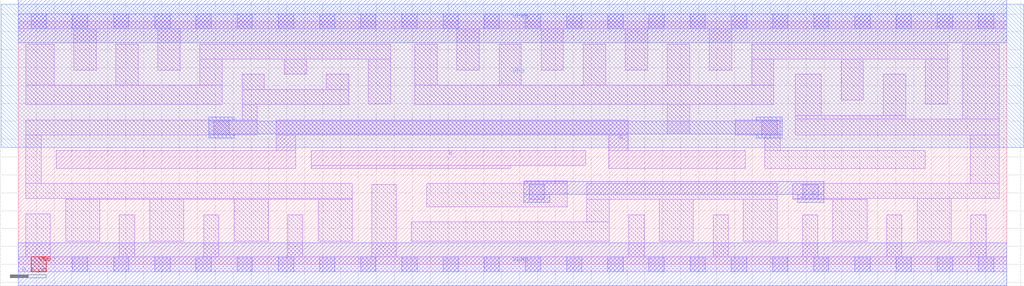
<source format=lef>
# Copyright 2020 The SkyWater PDK Authors
#
# Licensed under the Apache License, Version 2.0 (the "License");
# you may not use this file except in compliance with the License.
# You may obtain a copy of the License at
#
#     https://www.apache.org/licenses/LICENSE-2.0
#
# Unless required by applicable law or agreed to in writing, software
# distributed under the License is distributed on an "AS IS" BASIS,
# WITHOUT WARRANTIES OR CONDITIONS OF ANY KIND, either express or implied.
# See the License for the specific language governing permissions and
# limitations under the License.
#
# SPDX-License-Identifier: Apache-2.0

VERSION 5.7 ;
  NOWIREEXTENSIONATPIN ON ;
  DIVIDERCHAR "/" ;
  BUSBITCHARS "[]" ;
PROPERTYDEFINITIONS
  MACRO maskLayoutSubType STRING ;
  MACRO prCellType STRING ;
  MACRO originalViewName STRING ;
END PROPERTYDEFINITIONS
MACRO sky130_fd_sc_hdll__xor2_4
  CLASS CORE ;
  FOREIGN sky130_fd_sc_hdll__xor2_4 ;
  ORIGIN  0.000000  0.000000 ;
  SIZE  11.04000 BY  2.720000 ;
  SYMMETRY X Y R90 ;
  SITE unithd ;
  PIN A
    ANTENNAGATEAREA  2.220000 ;
    DIRECTION INPUT ;
    USE SIGNAL ;
    PORT
      LAYER li1 ;
        RECT 0.425000 1.075000 3.100000 1.275000 ;
        RECT 2.880000 1.275000 3.100000 1.445000 ;
        RECT 2.880000 1.445000 6.815000 1.615000 ;
        RECT 6.595000 1.075000 8.120000 1.275000 ;
        RECT 6.595000 1.275000 6.815000 1.445000 ;
    END
  END A
  PIN B
    ANTENNAGATEAREA  2.220000 ;
    DIRECTION INPUT ;
    USE SIGNAL ;
    PORT
      LAYER li1 ;
        RECT 3.270000 1.075000 5.500000 1.105000 ;
        RECT 3.270000 1.105000 6.340000 1.275000 ;
    END
  END B
  PIN VNB
    PORT
      LAYER pwell ;
        RECT 0.145000 -0.085000 0.315000 0.085000 ;
    END
  END VNB
  PIN VPB
    PORT
      LAYER nwell ;
        RECT -0.190000 1.305000 11.230000 2.910000 ;
    END
  END VPB
  PIN X
    ANTENNADIFFAREA  1.759450 ;
    DIRECTION OUTPUT ;
    USE SIGNAL ;
    PORT
      LAYER met1 ;
        RECT 5.645000 0.695000 5.935000 0.780000 ;
        RECT 5.645000 0.780000 8.995000 0.925000 ;
        RECT 8.705000 0.695000 8.995000 0.780000 ;
    END
  END X
  PIN VGND
    DIRECTION INOUT ;
    USE GROUND ;
    PORT
      LAYER met1 ;
        RECT 0.000000 -0.240000 11.040000 0.240000 ;
    END
  END VGND
  PIN VPWR
    DIRECTION INOUT ;
    USE POWER ;
    PORT
      LAYER met1 ;
        RECT 0.000000 2.480000 11.040000 2.960000 ;
    END
  END VPWR
  OBS
    LAYER li1 ;
      RECT  0.000000 -0.085000 11.040000 0.085000 ;
      RECT  0.000000  2.635000 11.040000 2.805000 ;
      RECT  0.085000  0.085000  0.360000 0.565000 ;
      RECT  0.085000  0.735000  3.730000 0.905000 ;
      RECT  0.085000  0.905000  0.255000 1.445000 ;
      RECT  0.085000  1.445000  2.670000 1.615000 ;
      RECT  0.085000  1.785000  2.280000 2.005000 ;
      RECT  0.085000  2.005000  0.400000 2.465000 ;
      RECT  0.530000  0.255000  0.910000 0.725000 ;
      RECT  0.530000  0.725000  3.730000 0.735000 ;
      RECT  0.620000  2.175000  0.870000 2.635000 ;
      RECT  1.090000  2.005000  1.340000 2.465000 ;
      RECT  1.130000  0.085000  1.300000 0.555000 ;
      RECT  1.470000  0.255000  1.850000 0.725000 ;
      RECT  1.560000  2.175000  1.810000 2.635000 ;
      RECT  2.030000  2.005000  2.280000 2.295000 ;
      RECT  2.030000  2.295000  4.160000 2.465000 ;
      RECT  2.070000  0.085000  2.240000 0.555000 ;
      RECT  2.410000  0.255000  2.790000 0.725000 ;
      RECT  2.500000  1.615000  2.670000 1.785000 ;
      RECT  2.500000  1.785000  3.690000 1.955000 ;
      RECT  2.500000  1.955000  2.750000 2.125000 ;
      RECT  2.970000  2.125000  3.220000 2.295000 ;
      RECT  3.010000  0.085000  3.180000 0.555000 ;
      RECT  3.350000  0.255000  3.730000 0.725000 ;
      RECT  3.440000  1.955000  3.690000 2.125000 ;
      RECT  3.910000  1.795000  4.160000 2.295000 ;
      RECT  3.950000  0.085000  4.220000 0.895000 ;
      RECT  4.390000  0.255000  6.600000 0.475000 ;
      RECT  4.430000  1.785000  8.440000 2.005000 ;
      RECT  4.430000  2.005000  4.680000 2.465000 ;
      RECT  4.565000  0.645000  6.130000 0.905000 ;
      RECT  4.900000  2.175000  5.150000 2.635000 ;
      RECT  5.370000  2.005000  5.620000 2.465000 ;
      RECT  5.650000  0.905000  6.130000 0.935000 ;
      RECT  5.840000  2.175000  6.090000 2.635000 ;
      RECT  6.310000  2.005000  6.560000 2.465000 ;
      RECT  6.350000  0.475000  6.600000 0.725000 ;
      RECT  6.350000  0.725000  8.480000 0.905000 ;
      RECT  6.780000  2.175000  7.030000 2.635000 ;
      RECT  6.820000  0.085000  6.990000 0.555000 ;
      RECT  7.160000  0.255000  7.540000 0.725000 ;
      RECT  7.250000  1.455000  7.500000 1.785000 ;
      RECT  7.250000  2.005000  7.500000 2.465000 ;
      RECT  7.720000  2.175000  7.970000 2.635000 ;
      RECT  7.760000  0.085000  7.930000 0.555000 ;
      RECT  8.010000  1.445000  8.510000 1.615000 ;
      RECT  8.100000  0.255000  8.480000 0.725000 ;
      RECT  8.190000  2.005000  8.440000 2.295000 ;
      RECT  8.190000  2.295000 10.380000 2.465000 ;
      RECT  8.340000  1.075000 10.130000 1.275000 ;
      RECT  8.340000  1.275000  8.510000 1.445000 ;
      RECT  8.650000  0.725000  9.480000 0.735000 ;
      RECT  8.650000  0.735000 10.955000 0.905000 ;
      RECT  8.680000  1.445000 10.955000 1.625000 ;
      RECT  8.680000  1.625000  9.910000 1.665000 ;
      RECT  8.680000  1.665000  8.970000 2.125000 ;
      RECT  8.760000  0.085000  8.930000 0.555000 ;
      RECT  9.100000  0.255000  9.480000 0.725000 ;
      RECT  9.190000  1.835000  9.440000 2.295000 ;
      RECT  9.660000  1.665000  9.910000 2.125000 ;
      RECT  9.700000  0.085000  9.870000 0.555000 ;
      RECT 10.040000  0.255000 10.420000 0.735000 ;
      RECT 10.130000  1.795000 10.380000 2.295000 ;
      RECT 10.550000  1.625000 10.955000 2.465000 ;
      RECT 10.635000  0.905000 10.955000 1.445000 ;
      RECT 10.640000  0.085000 10.810000 0.555000 ;
    LAYER mcon ;
      RECT  0.145000 -0.085000  0.315000 0.085000 ;
      RECT  0.145000  2.635000  0.315000 2.805000 ;
      RECT  0.605000 -0.085000  0.775000 0.085000 ;
      RECT  0.605000  2.635000  0.775000 2.805000 ;
      RECT  1.065000 -0.085000  1.235000 0.085000 ;
      RECT  1.065000  2.635000  1.235000 2.805000 ;
      RECT  1.525000 -0.085000  1.695000 0.085000 ;
      RECT  1.525000  2.635000  1.695000 2.805000 ;
      RECT  1.985000 -0.085000  2.155000 0.085000 ;
      RECT  1.985000  2.635000  2.155000 2.805000 ;
      RECT  2.185000  1.445000  2.355000 1.615000 ;
      RECT  2.445000 -0.085000  2.615000 0.085000 ;
      RECT  2.445000  2.635000  2.615000 2.805000 ;
      RECT  2.905000 -0.085000  3.075000 0.085000 ;
      RECT  2.905000  2.635000  3.075000 2.805000 ;
      RECT  3.365000 -0.085000  3.535000 0.085000 ;
      RECT  3.365000  2.635000  3.535000 2.805000 ;
      RECT  3.825000 -0.085000  3.995000 0.085000 ;
      RECT  3.825000  2.635000  3.995000 2.805000 ;
      RECT  4.285000 -0.085000  4.455000 0.085000 ;
      RECT  4.285000  2.635000  4.455000 2.805000 ;
      RECT  4.745000 -0.085000  4.915000 0.085000 ;
      RECT  4.745000  2.635000  4.915000 2.805000 ;
      RECT  5.205000 -0.085000  5.375000 0.085000 ;
      RECT  5.205000  2.635000  5.375000 2.805000 ;
      RECT  5.665000 -0.085000  5.835000 0.085000 ;
      RECT  5.665000  2.635000  5.835000 2.805000 ;
      RECT  5.705000  0.725000  5.875000 0.895000 ;
      RECT  6.125000 -0.085000  6.295000 0.085000 ;
      RECT  6.125000  2.635000  6.295000 2.805000 ;
      RECT  6.585000 -0.085000  6.755000 0.085000 ;
      RECT  6.585000  2.635000  6.755000 2.805000 ;
      RECT  7.045000 -0.085000  7.215000 0.085000 ;
      RECT  7.045000  2.635000  7.215000 2.805000 ;
      RECT  7.505000 -0.085000  7.675000 0.085000 ;
      RECT  7.505000  2.635000  7.675000 2.805000 ;
      RECT  7.965000 -0.085000  8.135000 0.085000 ;
      RECT  7.965000  2.635000  8.135000 2.805000 ;
      RECT  8.305000  1.445000  8.475000 1.615000 ;
      RECT  8.425000 -0.085000  8.595000 0.085000 ;
      RECT  8.425000  2.635000  8.595000 2.805000 ;
      RECT  8.765000  0.725000  8.935000 0.895000 ;
      RECT  8.885000 -0.085000  9.055000 0.085000 ;
      RECT  8.885000  2.635000  9.055000 2.805000 ;
      RECT  9.345000 -0.085000  9.515000 0.085000 ;
      RECT  9.345000  2.635000  9.515000 2.805000 ;
      RECT  9.805000 -0.085000  9.975000 0.085000 ;
      RECT  9.805000  2.635000  9.975000 2.805000 ;
      RECT 10.265000 -0.085000 10.435000 0.085000 ;
      RECT 10.265000  2.635000 10.435000 2.805000 ;
      RECT 10.725000 -0.085000 10.895000 0.085000 ;
      RECT 10.725000  2.635000 10.895000 2.805000 ;
    LAYER met1 ;
      RECT 2.125000 1.415000 2.415000 1.460000 ;
      RECT 2.125000 1.460000 8.535000 1.600000 ;
      RECT 2.125000 1.600000 2.415000 1.645000 ;
      RECT 8.245000 1.415000 8.535000 1.460000 ;
      RECT 8.245000 1.600000 8.535000 1.645000 ;
  END
  PROPERTY maskLayoutSubType "abstract" ;
  PROPERTY prCellType "standard" ;
  PROPERTY originalViewName "layout" ;
END sky130_fd_sc_hdll__xor2_4
END LIBRARY

</source>
